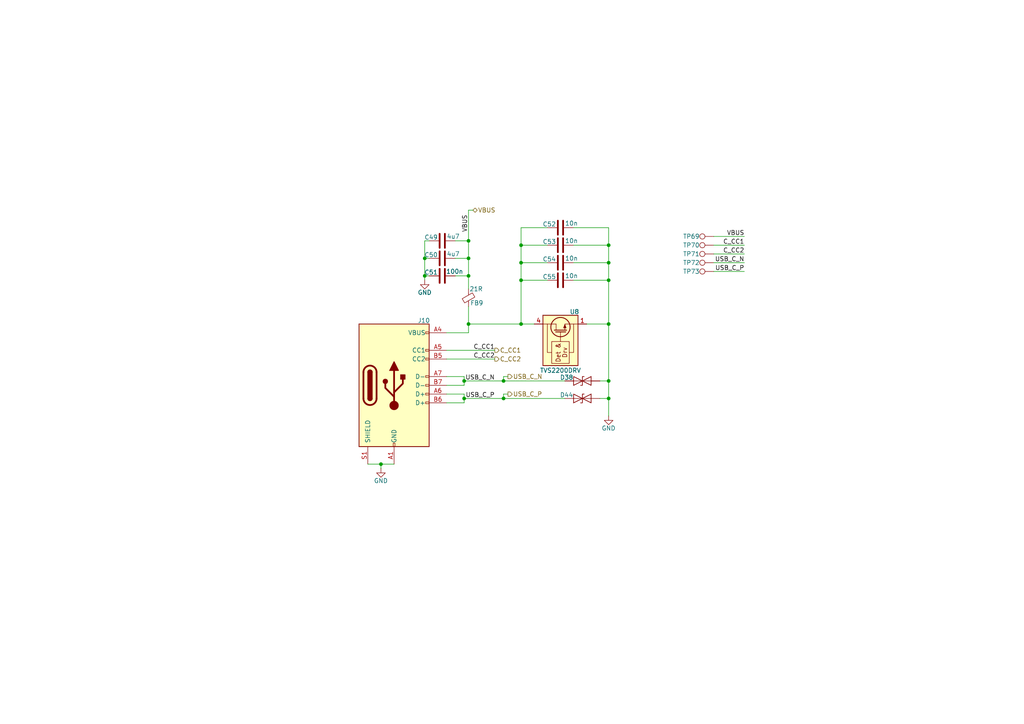
<source format=kicad_sch>
(kicad_sch (version 20250114) (generator "eeschema") (generator_version "9.0")
  (paper "A4")
  (lib_symbols
    (symbol "82306050029:82306050029" (pin_numbers (hide yes)) (pin_names (hide yes))
      (property "Reference" "D" (at 18.796 5.588 0))
      (property "Value" "82306050029" (at 13.97 3.81 0))
      (symbol "82306050029_0_1"
        (polyline (pts (xy 16.51 -2.54) (xy 19.05 -1.27) (xy 16.51 0) (xy 16.51 -2.54)) (stroke (width 0.2032)))
        (polyline (pts (xy 19.558 0) (xy 19.05 0) (xy 19.05 -2.54) (xy 18.542 -2.54)) (stroke (width 0.2032)))
        (polyline (pts (xy 21.59 0) (xy 21.59 -2.54) (xy 19.05 -1.27) (xy 21.59 0)) (stroke (width 0.2032)))
        (polyline (pts (xy 21.59 -1.27) (xy 16.51 -1.27)))
      )
      (symbol "82306050029_1_1"
        (pin passive line (at 13.97 -1.27 0) (length 2.54) (name "A1") (number "1"))
        (pin passive line (at 24.13 -1.27 180) (length 2.54) (name "A2") (number "2"))
      )
    )
    (symbol "Connector:TestPoint" (pin_numbers (hide yes)) (pin_names (offset 0.762) (hide yes))
      (property "Reference" "TP" (at 0 6.858 0))
      (property "Value" "TestPoint" (at 0 5.08 0))
      (symbol "TestPoint_0_1"
        (circle (center 0 3.302) (radius 0.762))
      )
      (symbol "TestPoint_1_1"
        (pin passive line (at 0 0 90) (length 2.54) (name "1") (number "1"))
      )
    )
    (symbol "Connector:USB_C_Receptacle_USB2.0_14P" (pin_names (offset 1.016))
      (property "Reference" "J" (at 0 22.225 0))
      (property "Value" "USB_C_Receptacle_USB2.0_14P" (at 0 19.685 0))
      (symbol "USB_C_Receptacle_USB2.0_14P_0_0"
        (rectangle (start -0.254 -17.78) (end 0.254 -16.764))
        (rectangle (start 10.16 15.494) (end 9.144 14.986))
        (rectangle (start 10.16 10.414) (end 9.144 9.906))
        (rectangle (start 10.16 7.874) (end 9.144 7.366))
        (rectangle (start 10.16 2.794) (end 9.144 2.286))
        (rectangle (start 10.16 0.254) (end 9.144 -0.254))
        (rectangle (start 10.16 -2.286) (end 9.144 -2.794))
        (rectangle (start 10.16 -4.826) (end 9.144 -5.334))
      )
      (symbol "USB_C_Receptacle_USB2.0_14P_0_1"
        (rectangle (start -10.16 17.78) (end 10.16 -17.78) (stroke (width 0.254)) (fill (type background)))
        (polyline (pts (xy -8.89 -3.81) (xy -8.89 3.81)) (stroke (width 0.508)))
        (rectangle (start -7.62 -3.81) (end -6.35 3.81) (stroke (width 0.254)) (fill (type outline)))
        (arc (start -7.62 3.81) (mid -6.985 4.4423) (end -6.35 3.81) (stroke (width 0.254)))
        (arc (start -7.62 3.81) (mid -6.985 4.4423) (end -6.35 3.81) (stroke (width 0.254)) (fill (type outline)))
        (arc (start -8.89 3.81) (mid -6.985 5.7067) (end -5.08 3.81) (stroke (width 0.508)))
        (arc (start -5.08 -3.81) (mid -6.985 -5.7067) (end -8.89 -3.81) (stroke (width 0.508)))
        (arc (start -6.35 -3.81) (mid -6.985 -4.4423) (end -7.62 -3.81) (stroke (width 0.254)))
        (arc (start -6.35 -3.81) (mid -6.985 -4.4423) (end -7.62 -3.81) (stroke (width 0.254)) (fill (type outline)))
        (polyline (pts (xy -5.08 3.81) (xy -5.08 -3.81)) (stroke (width 0.508)))
        (circle (center -2.54 1.143) (radius 0.635) (stroke (width 0.254)) (fill (type outline)))
        (polyline (pts (xy -1.27 4.318) (xy 0 6.858) (xy 1.27 4.318) (xy -1.27 4.318)) (stroke (width 0.254)) (fill (type outline)))
        (polyline (pts (xy 0 -2.032) (xy 2.54 0.508) (xy 2.54 1.778)) (stroke (width 0.508)))
        (polyline (pts (xy 0 -3.302) (xy -2.54 -0.762) (xy -2.54 0.508)) (stroke (width 0.508)))
        (polyline (pts (xy 0 -5.842) (xy 0 4.318)) (stroke (width 0.508)))
        (circle (center 0 -5.842) (radius 1.27) (fill (type outline)))
        (rectangle (start 1.905 1.778) (end 3.175 3.048) (stroke (width 0.254)) (fill (type outline)))
      )
      (symbol "USB_C_Receptacle_USB2.0_14P_1_1"
        (pin passive line (at -7.62 -22.86 90) (length 5.08) (name "SHIELD") (number "S1"))
        (pin passive line (at 0 -22.86 90) (length 5.08) (name "GND") (number "A1"))
        (pin passive line (at 0 -22.86 90) (length 5.08) (hide yes) (name "GND") (number "A12"))
        (pin passive line (at 0 -22.86 90) (length 5.08) (hide yes) (name "GND") (number "B1"))
        (pin passive line (at 0 -22.86 90) (length 5.08) (hide yes) (name "GND") (number "B12"))
        (pin passive line (at 15.24 15.24 180) (length 5.08) (name "VBUS") (number "A4"))
        (pin passive line (at 15.24 15.24 180) (length 5.08) (hide yes) (name "VBUS") (number "A9"))
        (pin passive line (at 15.24 15.24 180) (length 5.08) (hide yes) (name "VBUS") (number "B4"))
        (pin passive line (at 15.24 15.24 180) (length 5.08) (hide yes) (name "VBUS") (number "B9"))
        (pin bidirectional line (at 15.24 10.16 180) (length 5.08) (name "CC1") (number "A5"))
        (pin bidirectional line (at 15.24 7.62 180) (length 5.08) (name "CC2") (number "B5"))
        (pin bidirectional line (at 15.24 2.54 180) (length 5.08) (name "D-") (number "A7"))
        (pin bidirectional line (at 15.24 0 180) (length 5.08) (name "D-") (number "B7"))
        (pin bidirectional line (at 15.24 -2.54 180) (length 5.08) (name "D+") (number "A6"))
        (pin bidirectional line (at 15.24 -5.08 180) (length 5.08) (name "D+") (number "B6"))
      )
    )
    (symbol "Device:C" (pin_numbers (hide yes)) (pin_names (offset 0.254))
      (property "Reference" "C" (at 0.635 2.54 0))
      (property "Value" "C" (at 0.635 -2.54 0))
      (symbol "C_0_1"
        (polyline (pts (xy -2.032 0.762) (xy 2.032 0.762)) (stroke (width 0.508)))
        (polyline (pts (xy -2.032 -0.762) (xy 2.032 -0.762)) (stroke (width 0.508)))
      )
      (symbol "C_1_1"
        (pin passive line (at 0 3.81 270) (length 2.794) (name "~") (number "1"))
        (pin passive line (at 0 -3.81 90) (length 2.794) (name "~") (number "2"))
      )
    )
    (symbol "Device:FerriteBead_Small" (pin_numbers (hide yes)) (pin_names (offset 0))
      (property "Reference" "FB" (at 1.905 1.27 0))
      (property "Value" "FerriteBead_Small" (at 1.905 -1.27 0))
      (symbol "FerriteBead_Small_0_1"
        (polyline (pts (xy -1.8288 0.2794) (xy -1.1176 1.4986) (xy 1.8288 -0.2032) (xy 1.1176 -1.4224) (xy -1.8288 0.2794)))
        (polyline (pts (xy 0 0.889) (xy 0 1.2954)))
        (polyline (pts (xy 0 -1.27) (xy 0 -0.7874)))
      )
      (symbol "FerriteBead_Small_1_1"
        (pin passive line (at 0 2.54 270) (length 1.27) (name "~") (number "1"))
        (pin passive line (at 0 -2.54 90) (length 1.27) (name "~") (number "2"))
      )
    )
    (symbol "Power_Protection:TVS2200DRV" (pin_names (offset 0) (hide yes))
      (property "Reference" "U" (at 2.54 1.27 0))
      (property "Value" "TVS2200DRV" (at 2.54 -1.27 0))
      (symbol "TVS2200DRV_0_0"
        (rectangle (start -11.43 2.54) (end -5.08 -2.54))
        (polyline (pts (xy -8.255 2.54) (xy -8.255 3.81) (xy 0 3.81)))
        (polyline (pts (xy -8.255 -2.54) (xy -8.255 -3.81) (xy 0 -3.81)))
        (polyline (pts (xy 0 1.27) (xy -1.778 1.27)))
        (text "Det &" (at -8.255 0.635 0) (effects (font (size 1.27 1.27))))
        (text "Drv" (at -8.255 -1.27 0) (effects (font (size 1.27 1.27))))
      )
      (symbol "TVS2200DRV_0_1"
        (rectangle (start -12.065 5.08) (end 2.54 -5.08) (stroke (width 0.254)) (fill (type background)))
        (polyline (pts (xy -2.286 1.397) (xy -2.286 -1.524)) (stroke (width 0.254)))
        (polyline (pts (xy -2.286 0) (xy -5.08 0)))
        (polyline (pts (xy -1.778 1.778) (xy -1.778 -1.778)) (stroke (width 0.254)))
        (circle (center -0.889 0) (radius 2.794) (stroke (width 0.254)))
        (polyline (pts (xy -0.127 -1.27) (xy -1.143 -1.651) (xy -1.143 -0.889) (xy -0.127 -1.27)) (fill (type outline)))
        (polyline (pts (xy 0 5.08) (xy 0 2.54)))
        (polyline (pts (xy 0 2.54) (xy 0 1.27)))
        (polyline (pts (xy 0 -2.54) (xy 0 -5.08)))
        (polyline (pts (xy 0 -2.54) (xy 0 -1.27) (xy -1.778 -1.27)))
      )
      (symbol "TVS2200DRV_1_1"
        (pin passive line (at 0 7.62 270) (length 2.54) (name "IN") (number "4"))
        (pin passive line (at 0 7.62 270) (length 2.54) (hide yes) (name "IN") (number "5"))
        (pin passive line (at 0 7.62 270) (length 2.54) (hide yes) (name "IN") (number "6"))
        (pin power_in line (at 0 -7.62 90) (length 2.54) (name "GND") (number "1"))
        (pin passive line (at 0 -7.62 90) (length 2.54) (hide yes) (name "GND") (number "2"))
        (pin passive line (at 0 -7.62 90) (length 2.54) (hide yes) (name "GND") (number "3"))
        (pin passive line (at 0 -7.62 90) (length 2.54) (hide yes) (name "GND") (number "7"))
      )
    )
    (symbol "power:GND" (power) (pin_numbers (hide yes)) (pin_names (offset 0) (hide yes))
      (property "Value" "GND" (at 0 -3.81 0))
      (symbol "GND_0_1"
        (polyline (pts (xy 0 0) (xy 0 -1.27) (xy 1.27 -1.27) (xy 0 -2.54) (xy -1.27 -1.27) (xy 0 -1.27)))
      )
      (symbol "GND_1_1"
        (pin power_in line (at 0 0 270) (length 0) (name "~") (number "1"))
      )
    )
  )
  (junction (at 146.05 115.57))
  (junction (at 176.53 76.2))
  (junction (at 134.62 110.49))
  (junction (at 123.19 80.01))
  (junction (at 123.19 74.93))
  (junction (at 176.53 71.12))
  (junction (at 146.05 110.49))
  (junction (at 151.13 76.2))
  (junction (at 176.53 81.28))
  (junction (at 135.89 93.98))
  (junction (at 176.53 115.57))
  (junction (at 135.89 69.85))
  (junction (at 176.53 110.49))
  (junction (at 135.89 80.01))
  (junction (at 151.13 71.12))
  (junction (at 151.13 93.98))
  (junction (at 151.13 81.28))
  (junction (at 134.62 115.57))
  (junction (at 110.49 134.62))
  (junction (at 135.89 74.93))
  (junction (at 176.53 93.98))
  (wire (pts (xy 134.62 115.57) (xy 146.05 115.57)))
  (wire (pts (xy 146.05 109.22) (xy 146.05 110.49)))
  (wire (pts (xy 135.89 88.9) (xy 135.89 93.98)))
  (wire (pts (xy 123.19 74.93) (xy 124.46 74.93)))
  (wire (pts (xy 134.62 109.22) (xy 134.62 110.49)))
  (wire (pts (xy 129.54 104.14) (xy 143.51 104.14)))
  (wire (pts (xy 176.53 93.98) (xy 176.53 110.49)))
  (wire (pts (xy 132.08 80.01) (xy 135.89 80.01)))
  (wire (pts (xy 135.89 69.85) (xy 135.89 74.93)))
  (wire (pts (xy 176.53 66.04) (xy 176.53 71.12)))
  (wire (pts (xy 151.13 71.12) (xy 158.75 71.12)))
  (wire (pts (xy 176.53 71.12) (xy 176.53 76.2)))
  (wire (pts (xy 215.9 71.12) (xy 207.01 71.12)))
  (wire (pts (xy 176.53 110.49) (xy 176.53 115.57)))
  (wire (pts (xy 129.54 109.22) (xy 134.62 109.22)))
  (wire (pts (xy 151.13 76.2) (xy 158.75 76.2)))
  (wire (pts (xy 135.89 80.01) (xy 135.89 83.82)))
  (wire (pts (xy 134.62 115.57) (xy 134.62 116.84)))
  (wire (pts (xy 166.37 66.04) (xy 176.53 66.04)))
  (wire (pts (xy 123.19 80.01) (xy 124.46 80.01)))
  (wire (pts (xy 151.13 81.28) (xy 151.13 93.98)))
  (wire (pts (xy 137.16 60.96) (xy 135.89 60.96)))
  (wire (pts (xy 134.62 110.49) (xy 146.05 110.49)))
  (wire (pts (xy 176.53 76.2) (xy 176.53 81.28)))
  (wire (pts (xy 166.37 71.12) (xy 176.53 71.12)))
  (wire (pts (xy 151.13 81.28) (xy 158.75 81.28)))
  (wire (pts (xy 123.19 69.85) (xy 124.46 69.85)))
  (wire (pts (xy 151.13 71.12) (xy 151.13 76.2)))
  (wire (pts (xy 129.54 96.52) (xy 135.89 96.52)))
  (wire (pts (xy 123.19 69.85) (xy 123.19 74.93)))
  (wire (pts (xy 215.9 73.66) (xy 207.01 73.66)))
  (wire (pts (xy 147.32 114.3) (xy 146.05 114.3)))
  (wire (pts (xy 146.05 115.57) (xy 163.83 115.57)))
  (wire (pts (xy 135.89 74.93) (xy 135.89 80.01)))
  (wire (pts (xy 215.9 68.58) (xy 207.01 68.58)))
  (wire (pts (xy 129.54 101.6) (xy 143.51 101.6)))
  (wire (pts (xy 158.75 66.04) (xy 151.13 66.04)))
  (wire (pts (xy 151.13 93.98) (xy 154.94 93.98)))
  (wire (pts (xy 110.49 134.62) (xy 114.3 134.62)))
  (wire (pts (xy 166.37 76.2) (xy 176.53 76.2)))
  (wire (pts (xy 151.13 66.04) (xy 151.13 71.12)))
  (wire (pts (xy 135.89 93.98) (xy 135.89 96.52)))
  (wire (pts (xy 134.62 114.3) (xy 134.62 115.57)))
  (wire (pts (xy 147.32 109.22) (xy 146.05 109.22)))
  (wire (pts (xy 134.62 110.49) (xy 134.62 111.76)))
  (wire (pts (xy 123.19 74.93) (xy 123.19 80.01)))
  (wire (pts (xy 215.9 78.74) (xy 207.01 78.74)))
  (wire (pts (xy 170.18 93.98) (xy 176.53 93.98)))
  (wire (pts (xy 106.68 134.62) (xy 110.49 134.62)))
  (wire (pts (xy 129.54 111.76) (xy 134.62 111.76)))
  (wire (pts (xy 176.53 115.57) (xy 176.53 120.65)))
  (wire (pts (xy 129.54 114.3) (xy 134.62 114.3)))
  (wire (pts (xy 132.08 69.85) (xy 135.89 69.85)))
  (wire (pts (xy 123.19 81.28) (xy 123.19 80.01)))
  (wire (pts (xy 132.08 74.93) (xy 135.89 74.93)))
  (wire (pts (xy 135.89 93.98) (xy 151.13 93.98)))
  (wire (pts (xy 135.89 60.96) (xy 135.89 69.85)))
  (wire (pts (xy 146.05 114.3) (xy 146.05 115.57)))
  (wire (pts (xy 173.99 115.57) (xy 176.53 115.57)))
  (wire (pts (xy 129.54 116.84) (xy 134.62 116.84)))
  (wire (pts (xy 166.37 81.28) (xy 176.53 81.28)))
  (wire (pts (xy 146.05 110.49) (xy 163.83 110.49)))
  (wire (pts (xy 215.9 76.2) (xy 207.01 76.2)))
  (wire (pts (xy 176.53 81.28) (xy 176.53 93.98)))
  (wire (pts (xy 151.13 76.2) (xy 151.13 81.28)))
  (wire (pts (xy 173.99 110.49) (xy 176.53 110.49)))
  (wire (pts (xy 110.49 134.62) (xy 110.49 135.89)))
  (label "VBUS" (at 135.89 62.23 270))
  (label "USB_C_N" (at 215.9 76.2 180) (effects (font (thickness 0.1588))))
  (label "USB_C_P" (at 143.51 115.57 180) (effects (font (thickness 0.1588))))
  (label "C_CC1" (at 215.9 71.12 180))
  (label "VBUS" (at 215.9 68.58 180))
  (label "C_CC2" (at 215.9 73.66 180))
  (label "C_CC2" (at 143.51 104.14 180))
  (label "USB_C_N" (at 143.51 110.49 180) (effects (font (thickness 0.1588))))
  (label "C_CC1" (at 143.51 101.6 180))
  (label "USB_C_P" (at 215.9 78.74 180) (effects (font (thickness 0.1588))))
  (hierarchical_label "C_CC1" (shape output) (at 143.51 101.6 0))
  (hierarchical_label "USB_C_N" (shape output) (at 147.32 109.22 0))
  (hierarchical_label "C_CC2" (shape output) (at 143.51 104.14 0))
  (hierarchical_label "USB_C_P" (shape output) (at 147.32 114.3 0))
  (hierarchical_label "VBUS" (shape bidirectional) (at 137.16 60.96 0))
  (symbol (lib_id "Device:C") (at 162.56 71.12 90) (unit 1)
    (property "Reference" "C53" (at 161.29 70.104 90) (effects (justify left)))
    (property "Value" "10n" (at 167.64 69.85 90) (effects (justify left)))
    (property "Footprint" "Capacitor_SMD:C_1206_3216Metric_Pad1.33x1.80mm_HandSolder" (effects (hide yes)))
    (property "Description" "Unpolarized capacitor" (effects (hide yes)))
    (property "Link" "https://mou.sr/3OC0xXF" (effects (hide yes)))
    (property "Manufacturer Part Number" "CL31B103KHFNFNE" (effects (hide yes)))
    (property "Price per Unit" "0.13" (effects (hide yes)))
    (property "Supplier" "Mouser" (effects (hide yes)))
    (property "Supplier Part Number" "187-CL31B103KHFNFNE" (effects (hide yes)))
  )
  (symbol (lib_id "82306050029:82306050029") (at 149.86 114.3 0) (unit 1)
    (property "Reference" "D44" (at 164.338 114.554 0))
    (property "Value" "82306050029" (effects (hide yes)))
    (property "Footprint" "82306050029:WESURGE_0603134" (effects (hide yes)))
    (property "Datasheet" "https://www.we-online.de/katalog/datasheet/82306050029.pdf" (effects (hide yes)))
    (property "Description" "Wurth Elektronik 82306050029 TVS Diode, 2-Pin SMD" (effects (hide yes)))
    (property "Mouser Part Number" "710-82306050029" (effects (hide yes)))
    (property "Mouser Price/Stock" "https://www.mouser.co.uk/ProductDetail/Wurth-Elektronik/82306050029?qs=Wn16VcyqZWo3XMhX%252BMv49Q%3D%3D" (effects (hide yes)))
    (property "Manufacturer_Name" "Wurth Elektronik" (effects (hide yes)))
    (property "Manufacturer_Part_Number" "82306050029" (effects (hide yes)))
    (property "Link" "https://mou.sr/4nmVvNY" (effects (hide yes)))
    (property "Manufacturer Part Number" "82306050029" (effects (hide yes)))
    (property "Price per Unit" "0.73" (effects (hide yes)))
    (property "Supplier" "Mouser" (effects (hide yes)))
    (property "Supplier Part Number" "710-82306050029" (effects (hide yes)))
  )
  (symbol (lib_id "Device:C") (at 162.56 76.2 90) (unit 1)
    (property "Reference" "C54" (at 161.29 75.184 90) (effects (justify left)))
    (property "Value" "10n" (at 167.64 74.93 90) (effects (justify left)))
    (property "Footprint" "Capacitor_SMD:C_1206_3216Metric_Pad1.33x1.80mm_HandSolder" (effects (hide yes)))
    (property "Description" "Unpolarized capacitor" (effects (hide yes)))
    (property "Link" "https://mou.sr/3OC0xXF" (effects (hide yes)))
    (property "Manufacturer Part Number" "CL31B103KHFNFNE" (effects (hide yes)))
    (property "Price per Unit" "0.13" (effects (hide yes)))
    (property "Supplier" "Mouser" (effects (hide yes)))
    (property "Supplier Part Number" "187-CL31B103KHFNFNE" (effects (hide yes)))
  )
  (symbol (lib_id "power:GND") (at 110.49 135.89 0) (unit 1)
    (property "Reference" "#PWR036" (effects (hide yes)))
    (property "Value" "GND" (at 112.522 139.446 0) (effects (justify right)))
    (property "Description" "Power symbol creates a global label with name \"GND\" , ground" (effects (hide yes)))
  )
  (symbol (lib_id "Device:C") (at 128.27 74.93 90) (unit 1)
    (property "Reference" "C50" (at 127 73.914 90) (effects (justify left)))
    (property "Value" "4u7" (at 133.35 73.66 90) (effects (justify left)))
    (property "Footprint" "Capacitor_SMD:C_1206_3216Metric_Pad1.33x1.80mm_HandSolder" (effects (hide yes)))
    (property "Description" "Unpolarized capacitor" (effects (hide yes)))
    (property "Link" "https://mou.sr/45jYGQI" (effects (hide yes)))
    (property "Manufacturer Part Number" "CL31B475KBHNFNE" (effects (hide yes)))
    (property "Price per Unit" "0.27" (effects (hide yes)))
    (property "Supplier" "Mouser" (effects (hide yes)))
    (property "Supplier Part Number" "187-CL31B475KBHNFNE" (effects (hide yes)))
  )
  (symbol (lib_id "Device:FerriteBead_Small") (at 135.89 86.36 0) (mirror x) (unit 1)
    (property "Reference" "FB9" (at 136.398 87.884 0) (effects (justify left)))
    (property "Value" "21R" (at 136.144 83.82 0) (effects (justify left)))
    (property "Description" "Ferrite bead, small symbol" (effects (hide yes)))
  )
  (symbol (lib_id "power:GND") (at 176.53 120.65 0) (unit 1)
    (property "Reference" "#PWR038" (effects (hide yes)))
    (property "Value" "GND" (at 178.562 124.206 0) (effects (justify right)))
    (property "Description" "Power symbol creates a global label with name \"GND\" , ground" (effects (hide yes)))
  )
  (symbol (lib_id "Power_Protection:TVS2200DRV") (at 162.56 93.98 90) (unit 1)
    (property "Reference" "U8" (at 166.624 90.424 90))
    (property "Value" "TVS2200DRV" (at 162.56 107.442 90))
    (property "Datasheet" "http://www.ti.com/lit/ds/symlink/tvs2200.pdf" (effects (hide yes)))
    (property "Description" "Flat-Clamp Surge Protection Device. 22Vrwm, WSON-6" (effects (hide yes)))
  )
  (symbol (lib_id "Device:C") (at 128.27 69.85 90) (unit 1)
    (property "Reference" "C49" (at 127 68.834 90) (effects (justify left)))
    (property "Value" "4u7" (at 133.35 68.58 90) (effects (justify left)))
    (property "Footprint" "Capacitor_SMD:C_1206_3216Metric_Pad1.33x1.80mm_HandSolder" (effects (hide yes)))
    (property "Description" "Unpolarized capacitor" (effects (hide yes)))
    (property "Link" "https://mou.sr/45jYGQI" (effects (hide yes)))
    (property "Manufacturer Part Number" "CL31B475KBHNFNE" (effects (hide yes)))
    (property "Price per Unit" "0.27" (effects (hide yes)))
    (property "Supplier" "Mouser" (effects (hide yes)))
    (property "Supplier Part Number" "187-CL31B475KBHNFNE" (effects (hide yes)))
  )
  (symbol (lib_id "Connector:USB_C_Receptacle_USB2.0_14P") (at 114.3 111.76 0) (unit 1)
    (property "Reference" "J10" (at 122.936 92.964 0))
    (property "Value" "USB_C_Receptacle_USB2.0_14P" (effects (hide yes)))
    (property "Datasheet" "https://www.usb.org/sites/default/files/documents/usb_type-c.zip" (effects (hide yes)))
    (property "Description" "USB 2.0-only 14P Type-C Receptacle connector" (effects (hide yes)))
  )
  (symbol (lib_id "Connector:TestPoint") (at 207.01 78.74 90) (unit 1)
    (property "Reference" "TP73" (at 202.946 78.74 90) (effects (justify left)))
    (property "Value" "TestPoint" (effects (hide yes)))
    (property "Description" "test point" (effects (hide yes)))
  )
  (symbol (lib_id "Device:C") (at 162.56 81.28 90) (unit 1)
    (property "Reference" "C55" (at 161.29 80.264 90) (effects (justify left)))
    (property "Value" "10n" (at 167.64 80.01 90) (effects (justify left)))
    (property "Footprint" "Capacitor_SMD:C_1206_3216Metric_Pad1.33x1.80mm_HandSolder" (effects (hide yes)))
    (property "Description" "Unpolarized capacitor" (effects (hide yes)))
    (property "Link" "https://mou.sr/3OC0xXF" (effects (hide yes)))
    (property "Manufacturer Part Number" "CL31B103KHFNFNE" (effects (hide yes)))
    (property "Price per Unit" "0.13" (effects (hide yes)))
    (property "Supplier" "Mouser" (effects (hide yes)))
    (property "Supplier Part Number" "187-CL31B103KHFNFNE" (effects (hide yes)))
  )
  (symbol (lib_id "Connector:TestPoint") (at 207.01 68.58 90) (unit 1)
    (property "Reference" "TP69" (at 202.946 68.58 90) (effects (justify left)))
    (property "Value" "TestPoint" (effects (hide yes)))
    (property "Description" "test point" (effects (hide yes)))
  )
  (symbol (lib_id "Device:C") (at 162.56 66.04 90) (unit 1)
    (property "Reference" "C52" (at 161.29 65.024 90) (effects (justify left)))
    (property "Value" "10n" (at 167.64 64.77 90) (effects (justify left)))
    (property "Footprint" "Capacitor_SMD:C_1206_3216Metric_Pad1.33x1.80mm_HandSolder" (effects (hide yes)))
    (property "Description" "Unpolarized capacitor" (effects (hide yes)))
    (property "Link" "https://mou.sr/3OC0xXF" (effects (hide yes)))
    (property "Manufacturer Part Number" "CL31B103KHFNFNE" (effects (hide yes)))
    (property "Price per Unit" "0.13" (effects (hide yes)))
    (property "Supplier" "Mouser" (effects (hide yes)))
    (property "Supplier Part Number" "187-CL31B103KHFNFNE" (effects (hide yes)))
  )
  (symbol (lib_id "Connector:TestPoint") (at 207.01 71.12 90) (unit 1)
    (property "Reference" "TP70" (at 202.946 71.12 90) (effects (justify left)))
    (property "Value" "TestPoint" (effects (hide yes)))
    (property "Description" "test point" (effects (hide yes)))
  )
  (symbol (lib_id "Connector:TestPoint") (at 207.01 73.66 90) (unit 1)
    (property "Reference" "TP71" (at 202.946 73.66 90) (effects (justify left)))
    (property "Value" "TestPoint" (effects (hide yes)))
    (property "Description" "test point" (effects (hide yes)))
  )
  (symbol (lib_id "82306050029:82306050029") (at 149.86 109.22 0) (unit 1)
    (property "Reference" "D38" (at 164.338 109.474 0))
    (property "Value" "82306050029" (effects (hide yes)))
    (property "Footprint" "82306050029:WESURGE_0603134" (effects (hide yes)))
    (property "Datasheet" "https://www.we-online.de/katalog/datasheet/82306050029.pdf" (effects (hide yes)))
    (property "Description" "Wurth Elektronik 82306050029 TVS Diode, 2-Pin SMD" (effects (hide yes)))
    (property "Mouser Part Number" "710-82306050029" (effects (hide yes)))
    (property "Mouser Price/Stock" "https://www.mouser.co.uk/ProductDetail/Wurth-Elektronik/82306050029?qs=Wn16VcyqZWo3XMhX%252BMv49Q%3D%3D" (effects (hide yes)))
    (property "Manufacturer_Name" "Wurth Elektronik" (effects (hide yes)))
    (property "Manufacturer_Part_Number" "82306050029" (effects (hide yes)))
    (property "Link" "https://mou.sr/4nmVvNY" (effects (hide yes)))
    (property "Manufacturer Part Number" "82306050029" (effects (hide yes)))
    (property "Price per Unit" "0.73" (effects (hide yes)))
    (property "Supplier" "Mouser" (effects (hide yes)))
    (property "Supplier Part Number" "710-82306050029" (effects (hide yes)))
  )
  (symbol (lib_id "Device:C") (at 128.27 80.01 90) (unit 1)
    (property "Reference" "C51" (at 127 78.994 90) (effects (justify left)))
    (property "Value" "100n" (at 134.366 78.74 90) (effects (justify left)))
    (property "Footprint" "Capacitor_SMD:C_1206_3216Metric_Pad1.33x1.80mm_HandSolder" (effects (hide yes)))
    (property "Description" "Unpolarized capacitor" (effects (hide yes)))
    (property "Link" "https://mou.sr/4n9ybmQ" (effects (hide yes)))
    (property "Manufacturer Part Number" "CL31B104KBCNNNC" (effects (hide yes)))
    (property "Price per Unit" "0.11" (effects (hide yes)))
    (property "Supplier" "Mouser" (effects (hide yes)))
    (property "Supplier Part Number" "187-CL31B104KBCNNNC" (effects (hide yes)))
  )
  (symbol (lib_id "power:GND") (at 123.19 81.28 0) (unit 1)
    (property "Reference" "#PWR037" (effects (hide yes)))
    (property "Value" "GND" (at 125.222 84.836 0) (effects (justify right)))
    (property "Description" "Power symbol creates a global label with name \"GND\" , ground" (effects (hide yes)))
  )
  (symbol (lib_id "Connector:TestPoint") (at 207.01 76.2 90) (unit 1)
    (property "Reference" "TP72" (at 202.946 76.2 90) (effects (justify left)))
    (property "Value" "TestPoint" (effects (hide yes)))
    (property "Description" "test point" (effects (hide yes)))
  )
)
</source>
